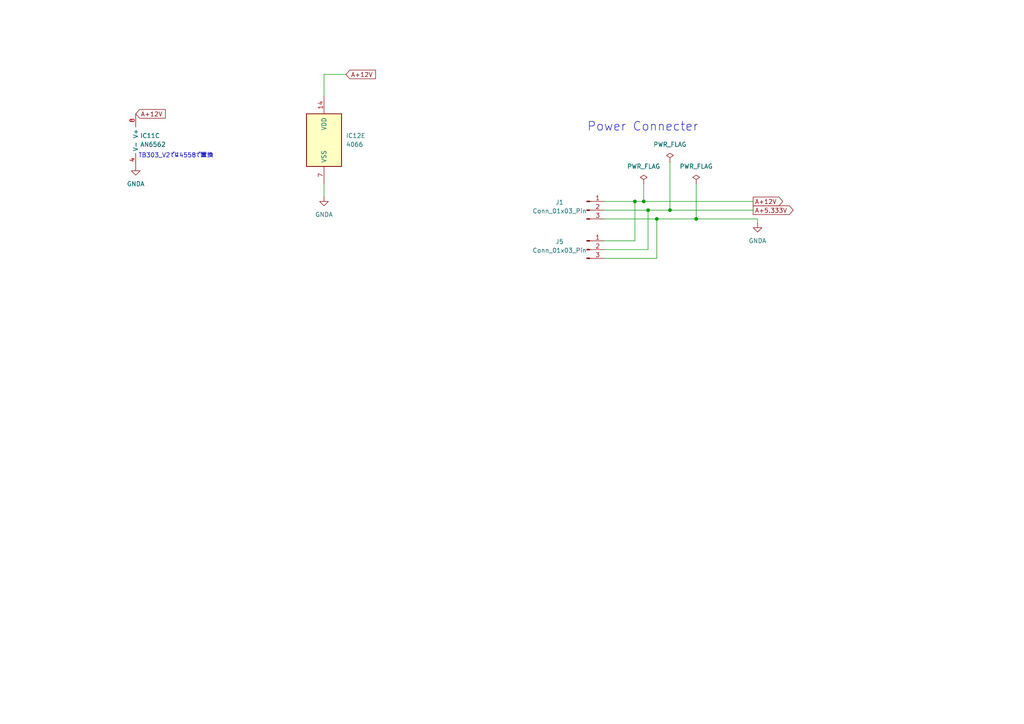
<source format=kicad_sch>
(kicad_sch (version 20231120) (generator "eeschema") (generator_version "8.0")
  (paper "A4")
  (lib_symbols
    (symbol "4xxx:4066" (pin_names (offset 1.016))
      (property "Reference" "U" (at -7.62 8.89 0))
      (property "Value" "4066" (at -7.62 -8.89 0))
      (symbol "4066_1_0"
        (polyline (pts (xy 0 1.27) (xy 0 2.54)) (stroke (width 0.1524)))
        (polyline (pts (xy -2.54 0) (xy 2.54 2.54) (xy 2.54 -2.54) (xy -2.54 0)) (fill (type background)))
        (polyline (pts (xy -2.54 2.54) (xy 2.54 0) (xy -2.54 -2.54) (xy -2.54 2.54)) (fill (type background)))
        (pin passive line (at -7.62 0 0) (length 5.08) (name "~") (number "1"))
        (pin input line (at 0 7.62 270) (length 5.08) (name "~") (number "13"))
        (pin passive line (at 7.62 0 180) (length 5.08) (name "~") (number "2"))
      )
      (symbol "4066_2_0"
        (polyline (pts (xy 0 1.27) (xy 0 2.54)) (stroke (width 0.1524)))
        (polyline (pts (xy -2.54 0) (xy 2.54 2.54) (xy 2.54 -2.54) (xy -2.54 0)) (fill (type background)))
        (polyline (pts (xy -2.54 2.54) (xy 2.54 0) (xy -2.54 -2.54) (xy -2.54 2.54)) (fill (type background)))
        (pin passive line (at 7.62 0 180) (length 5.08) (name "~") (number "3"))
        (pin passive line (at -7.62 0 0) (length 5.08) (name "~") (number "4"))
        (pin input line (at 0 7.62 270) (length 5.08) (name "~") (number "5"))
      )
      (symbol "4066_3_0"
        (polyline (pts (xy 0 1.27) (xy 0 2.54)) (stroke (width 0.1524)))
        (polyline (pts (xy -2.54 0) (xy 2.54 2.54) (xy 2.54 -2.54) (xy -2.54 0)) (fill (type background)))
        (polyline (pts (xy -2.54 2.54) (xy 2.54 0) (xy -2.54 -2.54) (xy -2.54 2.54)) (fill (type background)))
        (pin input line (at 0 7.62 270) (length 5.08) (name "~") (number "6"))
        (pin passive line (at -7.62 0 0) (length 5.08) (name "~") (number "8"))
        (pin passive line (at 7.62 0 180) (length 5.08) (name "~") (number "9"))
      )
      (symbol "4066_4_0"
        (polyline (pts (xy 0 1.27) (xy 0 2.54)) (stroke (width 0.1524)))
        (polyline (pts (xy -2.54 0) (xy 2.54 2.54) (xy 2.54 -2.54) (xy -2.54 0)) (fill (type background)))
        (polyline (pts (xy -2.54 2.54) (xy 2.54 0) (xy -2.54 -2.54) (xy -2.54 2.54)) (fill (type background)))
        (pin passive line (at 7.62 0 180) (length 5.08) (name "~") (number "10"))
        (pin passive line (at -7.62 0 0) (length 5.08) (name "~") (number "11"))
        (pin input line (at 0 7.62 270) (length 5.08) (name "~") (number "12"))
      )
      (symbol "4066_5_0"
        (pin power_in line (at 0 12.7 270) (length 5.08) (name "VDD") (number "14"))
        (pin power_in line (at 0 -12.7 90) (length 5.08) (name "VSS") (number "7"))
      )
      (symbol "4066_5_1"
        (rectangle (start -5.08 7.62) (end 5.08 -7.62) (stroke (width 0.254)) (fill (type background)))
      )
    )
    (symbol "Connector:Conn_01x03_Pin" (pin_names (offset 1.016) hide)
      (property "Reference" "J" (at 0 5.08 0))
      (property "Value" "Conn_01x03_Pin" (at 0 -5.08 0))
      (symbol "Conn_01x03_Pin_1_1"
        (polyline (pts (xy 1.27 -2.54) (xy 0.8636 -2.54)) (stroke (width 0.1524)))
        (polyline (pts (xy 1.27 0) (xy 0.8636 0)) (stroke (width 0.1524)))
        (polyline (pts (xy 1.27 2.54) (xy 0.8636 2.54)) (stroke (width 0.1524)))
        (rectangle (start 0.8636 -2.413) (end 0 -2.667) (stroke (width 0.1524)) (fill (type outline)))
        (rectangle (start 0.8636 0.127) (end 0 -0.127) (stroke (width 0.1524)) (fill (type outline)))
        (rectangle (start 0.8636 2.667) (end 0 2.413) (stroke (width 0.1524)) (fill (type outline)))
        (pin passive line (at 5.08 2.54 180) (length 3.81) (name "Pin_1") (number "1"))
        (pin passive line (at 5.08 0 180) (length 3.81) (name "Pin_2") (number "2"))
        (pin passive line (at 5.08 -2.54 180) (length 3.81) (name "Pin_3") (number "3"))
      )
    )
    (symbol "Device:Opamp_Dual"
      (property "Reference" "U" (at 0 5.08 0))
      (property "Value" "Opamp_Dual" (at 0 -5.08 0))
      (symbol "Opamp_Dual_1_1"
        (polyline (pts (xy -5.08 5.08) (xy 5.08 0) (xy -5.08 -5.08) (xy -5.08 5.08)) (stroke (width 0.254)) (fill (type background)))
        (pin output line (at 7.62 0 180) (length 2.54) (name "~") (number "1"))
        (pin input line (at -7.62 -2.54 0) (length 2.54) (name "-") (number "2"))
        (pin input line (at -7.62 2.54 0) (length 2.54) (name "+") (number "3"))
      )
      (symbol "Opamp_Dual_2_1"
        (polyline (pts (xy -5.08 5.08) (xy 5.08 0) (xy -5.08 -5.08) (xy -5.08 5.08)) (stroke (width 0.254)) (fill (type background)))
        (pin input line (at -7.62 2.54 0) (length 2.54) (name "+") (number "5"))
        (pin input line (at -7.62 -2.54 0) (length 2.54) (name "-") (number "6"))
        (pin output line (at 7.62 0 180) (length 2.54) (name "~") (number "7"))
      )
      (symbol "Opamp_Dual_3_1"
        (pin power_in line (at -2.54 -7.62 90) (length 3.81) (name "V-") (number "4"))
        (pin power_in line (at -2.54 7.62 270) (length 3.81) (name "V+") (number "8"))
      )
    )
    (symbol "power:GNDA" (power) (pin_numbers hide) (pin_names (offset 0) hide)
      (property "Value" "GNDA" (at 0 -3.81 0))
      (symbol "GNDA_0_1"
        (polyline (pts (xy 0 0) (xy 0 -1.27) (xy 1.27 -1.27) (xy 0 -2.54) (xy -1.27 -1.27) (xy 0 -1.27)))
      )
      (symbol "GNDA_1_1"
        (pin power_in line (at 0 0 270) (length 0) (name "~") (number "1"))
      )
    )
    (symbol "power:PWR_FLAG" (power) (pin_numbers hide) (pin_names (offset 0) hide)
      (property "Value" "PWR_FLAG" (at 0 3.81 0))
      (symbol "PWR_FLAG_0_0"
        (pin power_out line (at 0 0 90) (length 0) (name "~") (number "1"))
      )
      (symbol "PWR_FLAG_0_1"
        (polyline (pts (xy 0 0) (xy 0 1.27) (xy -1.016 1.905) (xy 0 2.54) (xy 1.016 1.905) (xy 0 1.27)))
      )
    )
  )
  (junction (at 184.15 58.42))
  (junction (at 186.69 58.42))
  (junction (at 190.5 63.5))
  (junction (at 187.96 60.96))
  (junction (at 201.93 63.5))
  (junction (at 194.31 60.96))
  (wire (pts (xy 201.93 63.5) (xy 219.71 63.5)))
  (wire (pts (xy 175.26 69.85) (xy 184.15 69.85)))
  (wire (pts (xy 175.26 74.93) (xy 190.5 74.93)))
  (wire (pts (xy 187.96 72.39) (xy 187.96 60.96)))
  (wire (pts (xy 175.26 72.39) (xy 187.96 72.39)))
  (wire (pts (xy 219.71 63.5) (xy 219.71 64.77)))
  (wire (pts (xy 190.5 63.5) (xy 201.93 63.5)))
  (wire (pts (xy 194.31 60.96) (xy 218.44 60.96)))
  (wire (pts (xy 201.93 53.34) (xy 201.93 63.5)))
  (wire (pts (xy 175.26 58.42) (xy 184.15 58.42)))
  (wire (pts (xy 194.31 46.99) (xy 194.31 60.96)))
  (wire (pts (xy 186.69 58.42) (xy 218.44 58.42)))
  (wire (pts (xy 187.96 60.96) (xy 194.31 60.96)))
  (wire (pts (xy 93.98 21.59) (xy 93.98 27.94)))
  (wire (pts (xy 184.15 58.42) (xy 186.69 58.42)))
  (wire (pts (xy 93.98 53.34) (xy 93.98 57.15)))
  (wire (pts (xy 186.69 53.34) (xy 186.69 58.42)))
  (wire (pts (xy 175.26 63.5) (xy 190.5 63.5)))
  (wire (pts (xy 184.15 69.85) (xy 184.15 58.42)))
  (wire (pts (xy 175.26 60.96) (xy 187.96 60.96)))
  (wire (pts (xy 100.33 21.59) (xy 93.98 21.59)))
  (wire (pts (xy 190.5 74.93) (xy 190.5 63.5)))
  (text "TB303_V2では4558で置換" (at 51.054 45.212 0) (effects (font (size 1.27 1.27))))
  (text "Power Connecter" (at 186.436 36.83 0) (effects (font (size 2.54 2.54))))
  (global_label "A+12V" (shape input) (at 39.37 33.02 0) (property "Intersheetrefs" "${INTERSHEET_REFS}" (effects (hide yes))))
  (global_label "A+12V" (shape input) (at 100.33 21.59 0) (property "Intersheetrefs" "${INTERSHEET_REFS}" (effects (hide yes))))
  (global_label "A+5.333V" (shape output) (at 218.44 60.96 0) (property "Intersheetrefs" "${INTERSHEET_REFS}" (effects (hide yes))))
  (global_label "A+12V" (shape output) (at 218.44 58.42 0) (property "Intersheetrefs" "${INTERSHEET_REFS}" (effects (hide yes))))
  (symbol (lib_id "power:PWR_FLAG") (at 194.31 46.99 0) (unit 1)
    (property "Reference" "#FLG03" (effects (hide yes)))
    (property "Value" "PWR_FLAG" (at 194.31 41.91 0))
    (property "Description" "Special symbol for telling ERC where power comes from" (effects (hide yes)))
  )
  (symbol (lib_id "4xxx:4066") (at 93.98 40.64 0) (unit 5)
    (property "Reference" "IC12" (at 100.33 39.3699 0) (effects (justify left)))
    (property "Value" "4066" (at 100.33 41.9099 0) (effects (justify left)))
    (property "Footprint" "Package_DIP:DIP-14_W7.62mm" (effects (hide yes)))
    (property "Datasheet" "http://www.ti.com/lit/ds/symlink/cd4066b.pdf" (effects (hide yes)))
    (property "Description" "Quad Analog Switches" (effects (hide yes)))
  )
  (symbol (lib_id "Connector:Conn_01x03_Pin") (at 170.18 72.39 0) (unit 1)
    (property "Reference" "J5" (at 162.306 70.104 0))
    (property "Value" "Conn_01x03_Pin" (at 162.306 72.644 0))
    (property "Footprint" "Connector_PinHeader_2.54mm:PinHeader_1x03_P2.54mm_Vertical" (effects (hide yes)))
    (property "Description" "Generic connector, single row, 01x03, script generated" (effects (hide yes)))
  )
  (symbol (lib_id "power:GNDA") (at 39.37 48.26 0) (unit 1)
    (property "Reference" "#PWR08" (effects (hide yes)))
    (property "Value" "GNDA" (at 39.37 53.34 0))
    (property "Description" "Power symbol creates a global label with name \"GNDA\" , analog ground" (effects (hide yes)))
  )
  (symbol (lib_id "power:GNDA") (at 93.98 57.15 0) (unit 1)
    (property "Reference" "#PWR09" (effects (hide yes)))
    (property "Value" "GNDA" (at 93.98 62.23 0))
    (property "Description" "Power symbol creates a global label with name \"GNDA\" , analog ground" (effects (hide yes)))
  )
  (symbol (lib_id "Device:Opamp_Dual") (at 41.91 40.64 0) (unit 3)
    (property "Reference" "IC11" (at 40.64 39.3699 0) (effects (justify left)))
    (property "Value" "AN6562" (at 40.64 41.9099 0) (effects (justify left)))
    (property "Footprint" "Package_DIP:DIP-8_W7.62mm" (effects (hide yes)))
    (property "Description" "Dual operational amplifier" (effects (hide yes)))
    (property "Sim.Library" "${KICAD7_SYMBOL_DIR}/Simulation_SPICE.sp" (effects (hide yes)))
    (property "Sim.Name" "kicad_builtin_opamp_dual" (effects (hide yes)))
    (property "Sim.Device" "SUBCKT" (effects (hide yes)))
    (property "Sim.Pins" "1=out1 2=in1- 3=in1+ 4=vee 5=in2+ 6=in2- 7=out2 8=vcc" (effects (hide yes)))
  )
  (symbol (lib_id "power:PWR_FLAG") (at 201.93 53.34 0) (unit 1)
    (property "Reference" "#FLG02" (effects (hide yes)))
    (property "Value" "PWR_FLAG" (at 201.93 48.26 0))
    (property "Description" "Special symbol for telling ERC where power comes from" (effects (hide yes)))
  )
  (symbol (lib_id "power:PWR_FLAG") (at 186.69 53.34 0) (unit 1)
    (property "Reference" "#FLG01" (effects (hide yes)))
    (property "Value" "PWR_FLAG" (at 186.69 48.26 0))
    (property "Description" "Special symbol for telling ERC where power comes from" (effects (hide yes)))
  )
  (symbol (lib_id "power:GNDA") (at 219.71 64.77 0) (unit 1)
    (property "Reference" "#PWR049" (effects (hide yes)))
    (property "Value" "GNDA" (at 219.71 69.85 0))
    (property "Description" "Power symbol creates a global label with name \"GNDA\" , analog ground" (effects (hide yes)))
  )
  (symbol (lib_id "Connector:Conn_01x03_Pin") (at 170.18 60.96 0) (unit 1)
    (property "Reference" "J1" (at 162.306 58.674 0))
    (property "Value" "Conn_01x03_Pin" (at 162.306 61.214 0))
    (property "Footprint" "Connector_PinHeader_2.54mm:PinHeader_1x03_P2.54mm_Vertical" (effects (hide yes)))
    (property "Description" "Generic connector, single row, 01x03, script generated" (effects (hide yes)))
  )
)
</source>
